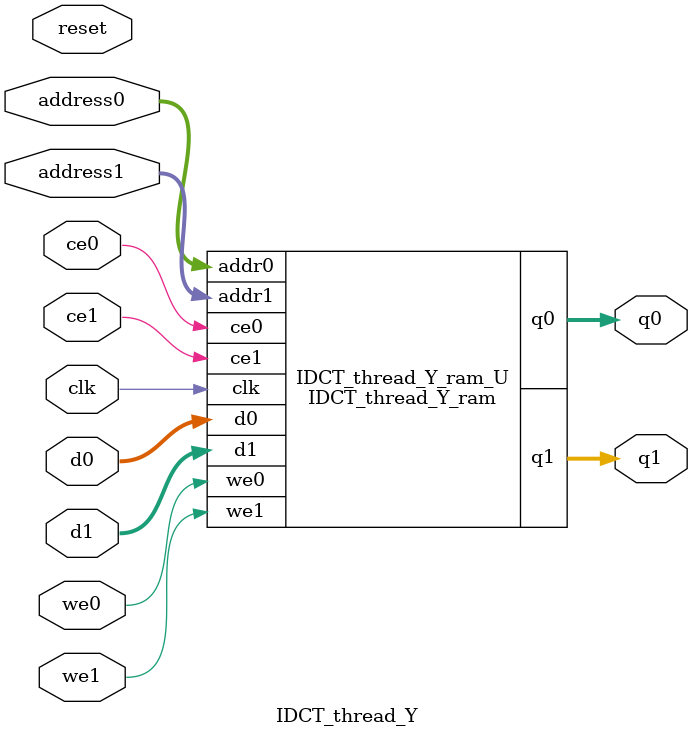
<source format=v>

`timescale 1 ns / 1 ps
module IDCT_thread_Y_ram (addr0, ce0, d0, we0, q0, addr1, ce1, d1, we1, q1,  clk);

parameter DWIDTH = 32;
parameter AWIDTH = 6;
parameter MEM_SIZE = 64;

input[AWIDTH-1:0] addr0;
input ce0;
input[DWIDTH-1:0] d0;
input we0;
output reg[DWIDTH-1:0] q0;
input[AWIDTH-1:0] addr1;
input ce1;
input[DWIDTH-1:0] d1;
input we1;
output reg[DWIDTH-1:0] q1;
input clk;

(* ram_style = "block" *)reg [DWIDTH-1:0] ram[MEM_SIZE-1:0];




always @(posedge clk)  
begin 
    if (ce0) 
    begin
        if (we0) 
        begin 
            ram[addr0] <= d0; 
            q0 <= d0;
        end 
        else 
            q0 <= ram[addr0];
    end
end


always @(posedge clk)  
begin 
    if (ce1) 
    begin
        if (we1) 
        begin 
            ram[addr1] <= d1; 
            q1 <= d1;
        end 
        else 
            q1 <= ram[addr1];
    end
end


endmodule


`timescale 1 ns / 1 ps
module IDCT_thread_Y(
    reset,
    clk,
    address0,
    ce0,
    we0,
    d0,
    q0,
    address1,
    ce1,
    we1,
    d1,
    q1);

parameter DataWidth = 32'd32;
parameter AddressRange = 32'd64;
parameter AddressWidth = 32'd6;
input reset;
input clk;
input[AddressWidth - 1:0] address0;
input ce0;
input we0;
input[DataWidth - 1:0] d0;
output[DataWidth - 1:0] q0;
input[AddressWidth - 1:0] address1;
input ce1;
input we1;
input[DataWidth - 1:0] d1;
output[DataWidth - 1:0] q1;



IDCT_thread_Y_ram IDCT_thread_Y_ram_U(
    .clk( clk ),
    .addr0( address0 ),
    .ce0( ce0 ),
    .d0( d0 ),
    .we0( we0 ),
    .q0( q0 ),
    .addr1( address1 ),
    .ce1( ce1 ),
    .d1( d1 ),
    .we1( we1 ),
    .q1( q1 ));

endmodule


</source>
